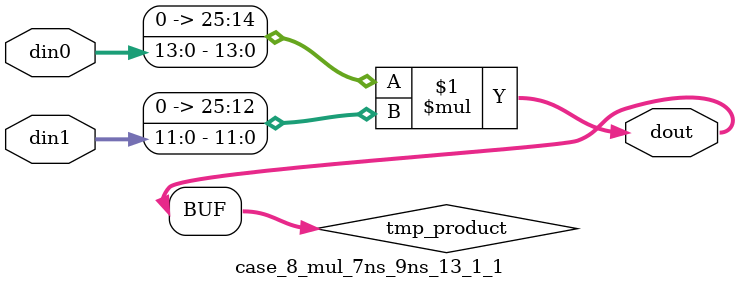
<source format=v>

`timescale 1 ns / 1 ps

 (* use_dsp = "no" *)  module case_8_mul_7ns_9ns_13_1_1(din0, din1, dout);
parameter ID = 1;
parameter NUM_STAGE = 0;
parameter din0_WIDTH = 14;
parameter din1_WIDTH = 12;
parameter dout_WIDTH = 26;

input [din0_WIDTH - 1 : 0] din0; 
input [din1_WIDTH - 1 : 0] din1; 
output [dout_WIDTH - 1 : 0] dout;

wire signed [dout_WIDTH - 1 : 0] tmp_product;
























assign tmp_product = $signed({1'b0, din0}) * $signed({1'b0, din1});











assign dout = tmp_product;





















endmodule

</source>
